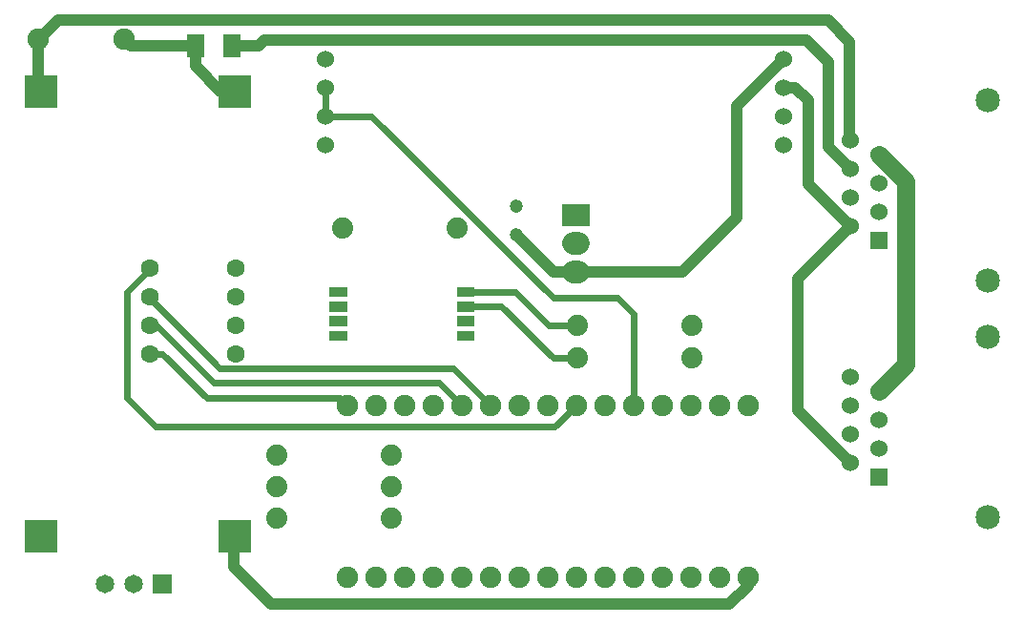
<source format=gtl>
G04 Layer: TopLayer*
G04 EasyEDA v6.3.22, 2020-02-16T12:15:52--5:00*
G04 381979cff6bd47818e4e504fc6c237e0,2cc9782d1759487288c44a1c2d283d62,10*
G04 Gerber Generator version 0.2*
G04 Scale: 100 percent, Rotated: No, Reflected: No *
G04 Dimensions in millimeters *
G04 leading zeros omitted , absolute positions ,3 integer and 3 decimal *
%FSLAX33Y33*%
%MOMM*%
G90*
G71D02*

%ADD11C,0.999998*%
%ADD12C,1.599997*%
%ADD13C,0.599999*%
%ADD14R,1.600200X1.999996*%
%ADD15R,2.999994X2.999994*%
%ADD16C,1.899996*%
%ADD17R,1.651000X1.651000*%
%ADD18C,1.651000*%
%ADD20C,1.193800*%
%ADD21C,1.879600*%
%ADD23C,1.905000*%
%ADD24R,1.524000X1.524000*%
%ADD25C,1.524000*%
%ADD26C,2.159000*%
%ADD27C,1.999996*%

%LPD*%
G54D11*
G01X73406Y47260D02*
G01X74422Y47260D01*
G01X75565Y46117D01*
G01X75565Y38688D01*
G01X79311Y34941D01*
G01X79311Y13986D02*
G01X74676Y18622D01*
G01X74676Y30306D01*
G01X79311Y34941D01*
G54D12*
G01X81851Y20336D02*
G01X84201Y22686D01*
G01X84201Y38942D01*
G01X81851Y41291D01*
G54D11*
G01X79311Y42561D02*
G01X79248Y42625D01*
G01X79248Y51324D01*
G01X77343Y53229D01*
G01X9017Y53229D01*
G01X7366Y51578D01*
G01X7239Y51578D01*
G01X7239Y51578D02*
G01X7239Y46943D01*
G01X7556Y46943D01*
G01X14859Y51578D02*
G01X15494Y50943D01*
G01X21260Y50943D01*
G01X21260Y50943D02*
G01X21209Y50892D01*
G01X21209Y49165D01*
G01X23431Y46943D01*
G01X24701Y46943D01*
G01X79311Y40021D02*
G01X77343Y41990D01*
G01X77343Y49546D01*
G01X75438Y51451D01*
G01X27305Y51451D01*
G01X26797Y50943D01*
G01X24460Y50943D01*
G01X54991Y30877D02*
G01X64389Y30877D01*
G01X69215Y35703D01*
G01X69215Y45609D01*
G01X73406Y49800D01*
G01X54991Y30877D02*
G01X52959Y30877D01*
G01X49657Y34179D01*
G01X24701Y7446D02*
G01X24638Y7382D01*
G01X24638Y4715D01*
G01X27940Y1413D01*
G01X68580Y1413D01*
G01X70231Y3064D01*
G01X70231Y3826D01*
G54D13*
G01X32766Y44720D02*
G01X32766Y47260D01*
G01X60071Y19066D02*
G01X60071Y27194D01*
G01X58674Y28591D01*
G01X52959Y28591D01*
G01X36830Y44720D01*
G01X32766Y44720D01*
G01X55118Y26178D02*
G01X52578Y26178D01*
G01X49632Y29124D01*
G01X45212Y29124D01*
G01X54991Y23257D02*
G01X52959Y23257D01*
G01X48372Y27844D01*
G01X45212Y27844D01*
G01X34671Y19066D02*
G01X34036Y19701D01*
G01X22225Y19701D01*
G01X18288Y23638D01*
G01X17145Y23638D01*
G01X44831Y19066D02*
G01X42799Y21098D01*
G01X22860Y21098D01*
G01X17780Y26178D01*
G01X17145Y26178D01*
G01X47371Y19066D02*
G01X44069Y22368D01*
G01X23368Y22368D01*
G01X17145Y28591D01*
G01X17145Y28718D01*
G01X54991Y19066D02*
G01X53086Y17161D01*
G01X17653Y17161D01*
G01X15113Y19701D01*
G01X15113Y29099D01*
G01X17145Y31131D01*
G01X17145Y31258D01*
G54D14*
G01X24459Y50943D03*
G01X21260Y50943D03*
G54D15*
G01X24701Y7446D03*
G01X7556Y46943D03*
G01X7556Y7446D03*
G01X24701Y46943D03*
G54D16*
G01X34671Y19066D03*
G01X37211Y19066D03*
G01X39751Y19066D03*
G01X42291Y19066D03*
G01X44831Y19066D03*
G01X47371Y19066D03*
G01X49911Y19066D03*
G01X52451Y19066D03*
G01X54991Y19066D03*
G01X57531Y19066D03*
G01X60071Y19066D03*
G01X62611Y19066D03*
G01X65151Y19066D03*
G01X67691Y19066D03*
G01X70231Y19066D03*
G01X34671Y3826D03*
G01X37211Y3826D03*
G01X39751Y3826D03*
G01X42291Y3826D03*
G01X44831Y3826D03*
G01X47371Y3826D03*
G01X49911Y3826D03*
G01X52451Y3826D03*
G01X54991Y3826D03*
G01X57531Y3826D03*
G01X60071Y3826D03*
G01X62611Y3826D03*
G01X65151Y3826D03*
G01X67691Y3826D03*
G01X70231Y3826D03*
G54D17*
G01X18288Y3191D03*
G54D18*
G01X15748Y3191D03*
G01X13208Y3191D03*
G36*
G01X34709Y26996D02*
G01X33109Y26996D01*
G01X33109Y26106D01*
G01X34709Y26106D01*
G01X34709Y26996D01*
G37*
G36*
G01X34709Y25710D02*
G01X33108Y25710D01*
G01X33108Y24820D01*
G01X34709Y24820D01*
G01X34709Y25710D01*
G37*
G36*
G01X34709Y28289D02*
G01X33108Y28289D01*
G01X33108Y27399D01*
G01X34709Y27399D01*
G01X34709Y28289D01*
G37*
G36*
G01X34709Y29569D02*
G01X33108Y29569D01*
G01X33108Y28679D01*
G01X34709Y28679D01*
G01X34709Y29569D01*
G37*
G36*
G01X46012Y25710D02*
G01X44411Y25710D01*
G01X44411Y24820D01*
G01X46012Y24820D01*
G01X46012Y25710D01*
G37*
G36*
G01X46012Y26996D02*
G01X44412Y26996D01*
G01X44412Y26106D01*
G01X46012Y26106D01*
G01X46012Y26996D01*
G37*
G36*
G01X46012Y28289D02*
G01X44411Y28289D01*
G01X44411Y27399D01*
G01X46012Y27399D01*
G01X46012Y28289D01*
G37*
G36*
G01X46012Y29569D02*
G01X44411Y29569D01*
G01X44411Y28679D01*
G01X46012Y28679D01*
G01X46012Y29569D01*
G37*
G54D20*
G01X49657Y34179D03*
G01X49657Y36719D03*
G54D21*
G01X38608Y11827D03*
G01X28448Y11827D03*
G01X55118Y26178D03*
G01X65278Y26178D03*
G01X55118Y23257D03*
G01X65278Y23257D03*
G01X34290Y34814D03*
G01X44450Y34814D03*
G36*
G01X56240Y36958D02*
G01X56240Y34957D01*
G01X53741Y34957D01*
G01X53741Y36958D01*
G01X56240Y36958D01*
G37*
G01X38608Y9033D03*
G01X28448Y9033D03*
G01X28448Y14621D03*
G01X38608Y14621D03*
G54D23*
G01X7239Y51578D03*
G01X14859Y51578D03*
G54D12*
G01X24765Y31258D03*
G01X24765Y28718D03*
G01X24765Y26178D03*
G01X24765Y23638D03*
G01X17145Y23638D03*
G01X17145Y26178D03*
G01X17145Y28718D03*
G01X17145Y31258D03*
G54D24*
G01X81851Y33671D03*
G54D25*
G01X79311Y34941D03*
G01X81851Y36211D03*
G01X79311Y37481D03*
G01X81851Y38751D03*
G01X79311Y40021D03*
G01X81851Y41291D03*
G01X79311Y42561D03*
G54D26*
G01X91526Y30115D03*
G01X91526Y46117D03*
G54D24*
G01X81851Y12716D03*
G54D25*
G01X79311Y13986D03*
G01X81851Y15256D03*
G01X79311Y16526D03*
G01X81851Y17796D03*
G01X79311Y19066D03*
G01X81851Y20336D03*
G01X79311Y21606D03*
G54D26*
G01X91526Y9160D03*
G01X91526Y25162D03*
G54D25*
G01X32766Y42180D03*
G01X32766Y44720D03*
G01X32766Y47260D03*
G01X32766Y49800D03*
G01X73406Y42180D03*
G01X73406Y44720D03*
G01X73406Y47260D03*
G01X73406Y49800D03*
G54D27*
G01X55240Y30877D02*
G01X54741Y30877D01*
G01X55240Y33417D02*
G01X54741Y33417D01*
M00*
M02*

</source>
